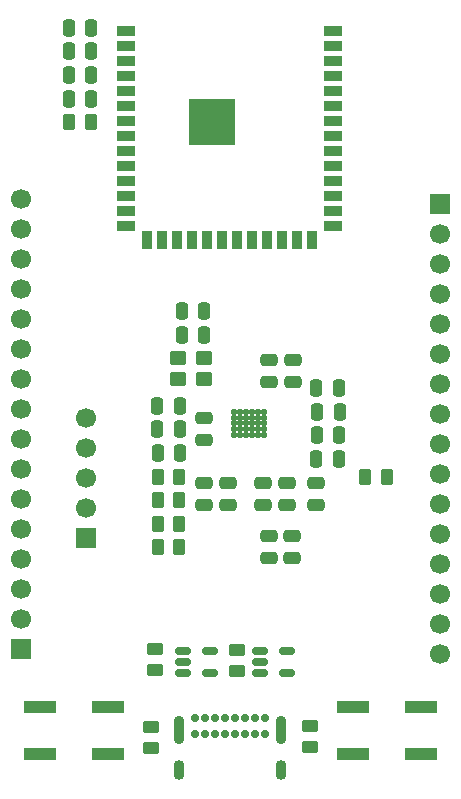
<source format=gbr>
%TF.GenerationSoftware,KiCad,Pcbnew,9.0.3*%
%TF.CreationDate,2025-08-18T17:13:02-04:00*%
%TF.ProjectId,bioimpedance,62696f69-6d70-4656-9461-6e63652e6b69,rev?*%
%TF.SameCoordinates,Original*%
%TF.FileFunction,Soldermask,Top*%
%TF.FilePolarity,Negative*%
%FSLAX46Y46*%
G04 Gerber Fmt 4.6, Leading zero omitted, Abs format (unit mm)*
G04 Created by KiCad (PCBNEW 9.0.3) date 2025-08-18 17:13:02*
%MOMM*%
%LPD*%
G01*
G04 APERTURE LIST*
G04 Aperture macros list*
%AMRoundRect*
0 Rectangle with rounded corners*
0 $1 Rounding radius*
0 $2 $3 $4 $5 $6 $7 $8 $9 X,Y pos of 4 corners*
0 Add a 4 corners polygon primitive as box body*
4,1,4,$2,$3,$4,$5,$6,$7,$8,$9,$2,$3,0*
0 Add four circle primitives for the rounded corners*
1,1,$1+$1,$2,$3*
1,1,$1+$1,$4,$5*
1,1,$1+$1,$6,$7*
1,1,$1+$1,$8,$9*
0 Add four rect primitives between the rounded corners*
20,1,$1+$1,$2,$3,$4,$5,0*
20,1,$1+$1,$4,$5,$6,$7,0*
20,1,$1+$1,$6,$7,$8,$9,0*
20,1,$1+$1,$8,$9,$2,$3,0*%
G04 Aperture macros list end*
%ADD10RoundRect,0.250000X0.262500X0.450000X-0.262500X0.450000X-0.262500X-0.450000X0.262500X-0.450000X0*%
%ADD11RoundRect,0.250000X-0.250000X-0.475000X0.250000X-0.475000X0.250000X0.475000X-0.250000X0.475000X0*%
%ADD12RoundRect,0.250000X0.475000X-0.250000X0.475000X0.250000X-0.475000X0.250000X-0.475000X-0.250000X0*%
%ADD13RoundRect,0.250000X-0.262500X-0.450000X0.262500X-0.450000X0.262500X0.450000X-0.262500X0.450000X0*%
%ADD14RoundRect,0.250000X0.250000X0.475000X-0.250000X0.475000X-0.250000X-0.475000X0.250000X-0.475000X0*%
%ADD15RoundRect,0.250000X-0.475000X0.250000X-0.475000X-0.250000X0.475000X-0.250000X0.475000X0.250000X0*%
%ADD16RoundRect,0.250000X0.450000X0.350000X-0.450000X0.350000X-0.450000X-0.350000X0.450000X-0.350000X0*%
%ADD17C,0.554000*%
%ADD18R,2.800000X1.000000*%
%ADD19R,1.700000X1.700000*%
%ADD20C,1.700000*%
%ADD21R,1.500000X0.900000*%
%ADD22R,0.900000X1.500000*%
%ADD23C,0.600000*%
%ADD24R,3.900000X3.900000*%
%ADD25RoundRect,0.150000X-0.512500X-0.150000X0.512500X-0.150000X0.512500X0.150000X-0.512500X0.150000X0*%
%ADD26RoundRect,0.250000X0.450000X-0.262500X0.450000X0.262500X-0.450000X0.262500X-0.450000X-0.262500X0*%
%ADD27RoundRect,0.250000X-0.450000X0.262500X-0.450000X-0.262500X0.450000X-0.262500X0.450000X0.262500X0*%
%ADD28C,0.700000*%
%ADD29O,0.900000X2.400000*%
%ADD30O,0.900000X1.700000*%
G04 APERTURE END LIST*
D10*
%TO.C,R3*%
X109402500Y-77500000D03*
X107577500Y-77500000D03*
%TD*%
D11*
%TO.C,C10*%
X121040000Y-70000000D03*
X122940000Y-70000000D03*
%TD*%
D12*
%TO.C,C4*%
X119000000Y-63600000D03*
X119000000Y-65500000D03*
%TD*%
%TO.C,C16*%
X111490000Y-74000000D03*
X111490000Y-75900000D03*
%TD*%
D13*
%TO.C,R6*%
X109402500Y-79500000D03*
X107577500Y-79500000D03*
%TD*%
D14*
%TO.C,C2*%
X109590000Y-61510000D03*
X111490000Y-61510000D03*
%TD*%
D15*
%TO.C,C19*%
X118960000Y-80400000D03*
X118960000Y-78500000D03*
%TD*%
D14*
%TO.C,C23*%
X107540000Y-67500000D03*
X109440000Y-67500000D03*
%TD*%
D15*
%TO.C,C15*%
X113490000Y-75900000D03*
X113490000Y-74000000D03*
%TD*%
%TO.C,C13*%
X121000000Y-75900000D03*
X121000000Y-74000000D03*
%TD*%
D12*
%TO.C,C22*%
X117000000Y-63600000D03*
X117000000Y-65500000D03*
%TD*%
D16*
%TO.C,Y1*%
X111490000Y-65200000D03*
X109290000Y-65200000D03*
X109290000Y-63500000D03*
X111490000Y-63500000D03*
%TD*%
D15*
%TO.C,C18*%
X116500000Y-75900000D03*
X116500000Y-74000000D03*
%TD*%
D17*
%TO.C,U2*%
X114065000Y-68000000D03*
X114565000Y-68000000D03*
X115065000Y-68000000D03*
X115565000Y-68000000D03*
X116065000Y-68000000D03*
X116565000Y-68000000D03*
X114065000Y-68500000D03*
X114565000Y-68500000D03*
X115065000Y-68500000D03*
X115565000Y-68500000D03*
X116065000Y-68500000D03*
X116565000Y-68500000D03*
X114065000Y-69000000D03*
X114565000Y-69000000D03*
X115065000Y-69000000D03*
X115565000Y-69000000D03*
X116065000Y-69000000D03*
X116565000Y-69000000D03*
X114065000Y-69500000D03*
X114565000Y-69500000D03*
X115065000Y-69500000D03*
X115565000Y-69500000D03*
X116065000Y-69500000D03*
X116565000Y-69500000D03*
X114065000Y-70000000D03*
X114565000Y-70000000D03*
X115065000Y-70000000D03*
X115565000Y-70000000D03*
X116065000Y-70000000D03*
X116565000Y-70000000D03*
%TD*%
D11*
%TO.C,C11*%
X122990000Y-68000000D03*
X121090000Y-68000000D03*
%TD*%
D14*
%TO.C,C17*%
X107590000Y-71500000D03*
X109490000Y-71500000D03*
%TD*%
D15*
%TO.C,C1*%
X111490000Y-70400000D03*
X111490000Y-68500000D03*
%TD*%
%TO.C,C14*%
X118500000Y-75900000D03*
X118500000Y-74000000D03*
%TD*%
D11*
%TO.C,C12*%
X122890000Y-72000000D03*
X120990000Y-72000000D03*
%TD*%
D13*
%TO.C,R2*%
X126990000Y-73500000D03*
X125165000Y-73500000D03*
%TD*%
D10*
%TO.C,R5*%
X107577500Y-75500000D03*
X109402500Y-75500000D03*
%TD*%
D11*
%TO.C,C9*%
X109440000Y-69500000D03*
X107540000Y-69500000D03*
%TD*%
D12*
%TO.C,C20*%
X116990000Y-78500000D03*
X116990000Y-80400000D03*
%TD*%
D14*
%TO.C,C3*%
X109590000Y-59500000D03*
X111490000Y-59500000D03*
%TD*%
D11*
%TO.C,C21*%
X122890000Y-66000000D03*
X120990000Y-66000000D03*
%TD*%
D10*
%TO.C,R4*%
X107577500Y-73500000D03*
X109402500Y-73500000D03*
%TD*%
D18*
%TO.C,SW5*%
X97600000Y-93000000D03*
X103400000Y-93000000D03*
X97600000Y-97000000D03*
X103400000Y-97000000D03*
%TD*%
D19*
%TO.C,J8*%
X96000000Y-88120000D03*
D20*
X96000000Y-85580000D03*
X96000000Y-83040000D03*
X96000000Y-80500000D03*
X96000000Y-77960000D03*
X96000000Y-75420000D03*
X96000000Y-72880000D03*
X96000000Y-70340000D03*
X96000000Y-67800000D03*
X96000000Y-65260000D03*
X96000000Y-62720000D03*
X96000000Y-60180000D03*
X96000000Y-57640000D03*
X96000000Y-55100000D03*
X96000000Y-52560000D03*
X96000000Y-50020000D03*
%TD*%
D21*
%TO.C,U1*%
X104925000Y-35740000D03*
X104925000Y-37010000D03*
X104925000Y-38280000D03*
X104925000Y-39550000D03*
X104925000Y-40820000D03*
X104925000Y-42090000D03*
X104925000Y-43360000D03*
X104925000Y-44630000D03*
X104925000Y-45900000D03*
X104925000Y-47170000D03*
X104925000Y-48440000D03*
X104925000Y-49710000D03*
X104925000Y-50980000D03*
X104925000Y-52250000D03*
D22*
X106690000Y-53500000D03*
X107960000Y-53500000D03*
X109230000Y-53500000D03*
X110500000Y-53500000D03*
X111770000Y-53500000D03*
X113040000Y-53500000D03*
X114310000Y-53500000D03*
X115580000Y-53500000D03*
X116850000Y-53500000D03*
X118120000Y-53500000D03*
X119390000Y-53500000D03*
X120660000Y-53500000D03*
D21*
X122425000Y-52250000D03*
X122425000Y-50980000D03*
X122425000Y-49710000D03*
X122425000Y-48440000D03*
X122425000Y-47170000D03*
X122425000Y-45900000D03*
X122425000Y-44630000D03*
X122425000Y-43360000D03*
X122425000Y-42090000D03*
X122425000Y-40820000D03*
X122425000Y-39550000D03*
X122425000Y-38280000D03*
X122425000Y-37010000D03*
X122425000Y-35740000D03*
D23*
X110775000Y-42760000D03*
X110775000Y-44160000D03*
X111475000Y-42060000D03*
X111475000Y-43460000D03*
X111475000Y-44860000D03*
X112175000Y-42760000D03*
D24*
X112175000Y-43460000D03*
D23*
X112175000Y-44160000D03*
X112875000Y-42060000D03*
X112875000Y-43460000D03*
X112875000Y-44860000D03*
X113575000Y-42760000D03*
X113575000Y-44160000D03*
%TD*%
D14*
%TO.C,C24*%
X101950000Y-37500000D03*
X100050000Y-37500000D03*
%TD*%
D25*
%TO.C,U3*%
X109752700Y-88225000D03*
X109752700Y-89175000D03*
X109752700Y-90125000D03*
X112027700Y-90125000D03*
X112027700Y-88225000D03*
%TD*%
D19*
%TO.C,J6*%
X131500000Y-50420000D03*
D20*
X131500000Y-52960000D03*
X131500000Y-55500000D03*
X131500000Y-58040000D03*
X131500000Y-60580000D03*
X131500000Y-63120000D03*
X131500000Y-65660000D03*
X131500000Y-68200000D03*
X131500000Y-70740000D03*
X131500000Y-73280000D03*
X131500000Y-75820000D03*
X131500000Y-78360000D03*
X131500000Y-80900000D03*
X131500000Y-83440000D03*
X131500000Y-85980000D03*
X131500000Y-88520000D03*
%TD*%
D18*
%TO.C,SW6*%
X124100000Y-93000000D03*
X129900000Y-93000000D03*
X124100000Y-97000000D03*
X129900000Y-97000000D03*
%TD*%
D26*
%TO.C,R16*%
X107000000Y-96500000D03*
X107000000Y-94675000D03*
%TD*%
D14*
%TO.C,C8*%
X101950000Y-41500000D03*
X100050000Y-41500000D03*
%TD*%
D27*
%TO.C,R8*%
X114252700Y-88175000D03*
X114252700Y-90000000D03*
%TD*%
D25*
%TO.C,U4*%
X116252700Y-88225000D03*
X116252700Y-89175000D03*
X116252700Y-90125000D03*
X118527700Y-90125000D03*
X118527700Y-88225000D03*
%TD*%
D14*
%TO.C,C5*%
X101950000Y-35500000D03*
X100050000Y-35500000D03*
%TD*%
D27*
%TO.C,R15*%
X120500000Y-94587500D03*
X120500000Y-96412500D03*
%TD*%
D14*
%TO.C,C6*%
X101950000Y-39500000D03*
X100050000Y-39500000D03*
%TD*%
D27*
%TO.C,R7*%
X107340200Y-88087500D03*
X107340200Y-89912500D03*
%TD*%
D13*
%TO.C,R1*%
X100087500Y-43500000D03*
X101912500Y-43500000D03*
%TD*%
D28*
%TO.C,J3*%
X110700000Y-93975000D03*
X111550000Y-93975000D03*
X112400000Y-93975000D03*
X113250000Y-93975000D03*
X114100000Y-93975000D03*
X114950000Y-93975000D03*
X115800000Y-93975000D03*
X116650000Y-93975000D03*
X116650000Y-95325000D03*
X115800000Y-95325000D03*
X114950000Y-95325000D03*
X114100000Y-95325000D03*
X113250000Y-95325000D03*
X112400000Y-95325000D03*
X111550000Y-95325000D03*
X110700000Y-95325000D03*
D29*
X109350000Y-94955000D03*
D30*
X109350000Y-98335000D03*
D29*
X118000000Y-94955000D03*
D30*
X118000000Y-98335000D03*
%TD*%
D19*
%TO.C,J1*%
X101490000Y-78660000D03*
D20*
X101490000Y-76120000D03*
X101490000Y-73580000D03*
X101490000Y-71040000D03*
X101490000Y-68500000D03*
%TD*%
M02*

</source>
